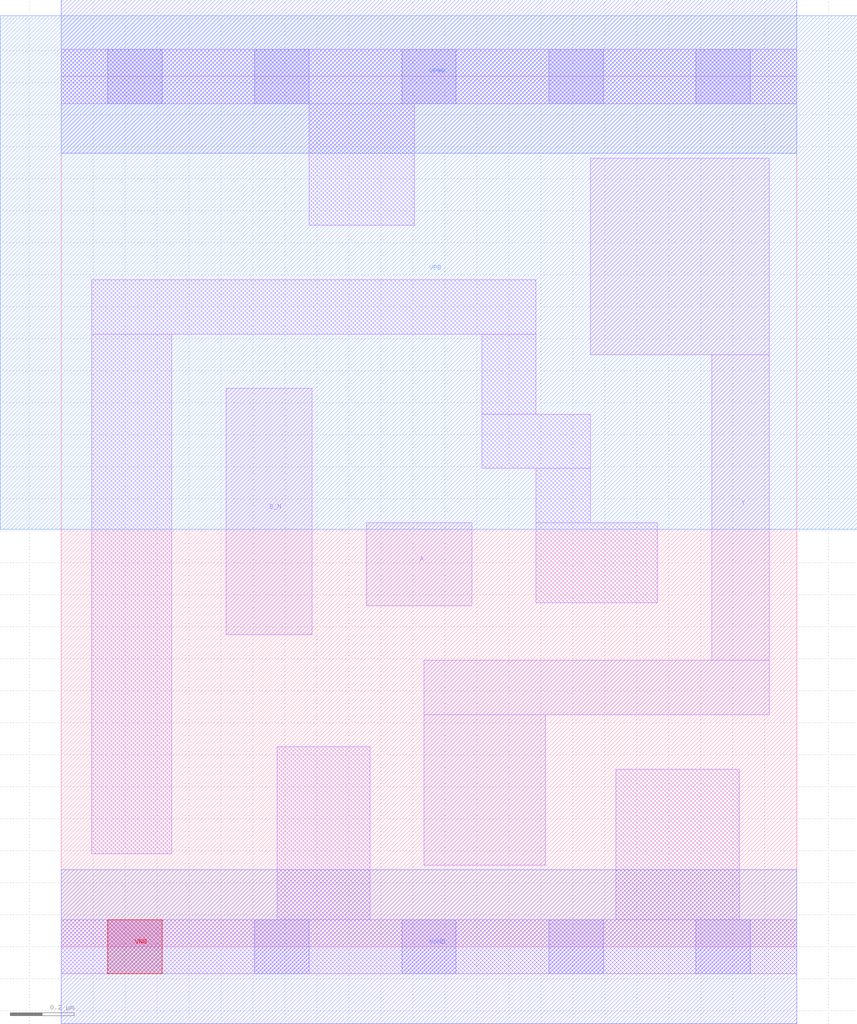
<source format=lef>
# Copyright 2020 The SkyWater PDK Authors
#
# Licensed under the Apache License, Version 2.0 (the "License");
# you may not use this file except in compliance with the License.
# You may obtain a copy of the License at
#
#     https://www.apache.org/licenses/LICENSE-2.0
#
# Unless required by applicable law or agreed to in writing, software
# distributed under the License is distributed on an "AS IS" BASIS,
# WITHOUT WARRANTIES OR CONDITIONS OF ANY KIND, either express or implied.
# See the License for the specific language governing permissions and
# limitations under the License.
#
# SPDX-License-Identifier: Apache-2.0

VERSION 5.7 ;
  NOWIREEXTENSIONATPIN ON ;
  DIVIDERCHAR "/" ;
  BUSBITCHARS "[]" ;
PROPERTYDEFINITIONS
  MACRO maskLayoutSubType STRING ;
  MACRO prCellType STRING ;
  MACRO originalViewName STRING ;
END PROPERTYDEFINITIONS
MACRO sky130_fd_sc_hdll__nor2b_1
  CLASS CORE ;
  FOREIGN sky130_fd_sc_hdll__nor2b_1 ;
  ORIGIN  0.000000  0.000000 ;
  SIZE  2.300000 BY  2.720000 ;
  SYMMETRY X Y R90 ;
  SITE unithd ;
  PIN A
    ANTENNAGATEAREA  0.277500 ;
    DIRECTION INPUT ;
    USE SIGNAL ;
    PORT
      LAYER li1 ;
        RECT 0.955000 1.065000 1.285000 1.325000 ;
    END
  END A
  PIN B_N
    ANTENNAGATEAREA  0.138600 ;
    DIRECTION INPUT ;
    USE SIGNAL ;
    PORT
      LAYER li1 ;
        RECT 0.515000 0.975000 0.785000 1.745000 ;
    END
  END B_N
  PIN VGND
    ANTENNADIFFAREA  0.491200 ;
    DIRECTION INOUT ;
    USE SIGNAL ;
    PORT
      LAYER met1 ;
        RECT 0.000000 -0.240000 2.300000 0.240000 ;
    END
  END VGND
  PIN VNB
    PORT
      LAYER pwell ;
        RECT 0.145000 -0.085000 0.315000 0.085000 ;
    END
  END VNB
  PIN VPB
    PORT
      LAYER nwell ;
        RECT -0.190000 1.305000 2.490000 2.910000 ;
    END
  END VPB
  PIN VPWR
    ANTENNADIFFAREA  0.366600 ;
    DIRECTION INOUT ;
    USE SIGNAL ;
    PORT
      LAYER met1 ;
        RECT 0.000000 2.480000 2.300000 2.960000 ;
    END
  END VPWR
  PIN Y
    ANTENNADIFFAREA  0.445500 ;
    DIRECTION OUTPUT ;
    USE SIGNAL ;
    PORT
      LAYER li1 ;
        RECT 1.135000 0.255000 1.515000 0.725000 ;
        RECT 1.135000 0.725000 2.215000 0.895000 ;
        RECT 1.655000 1.850000 2.215000 2.465000 ;
        RECT 2.035000 0.895000 2.215000 1.850000 ;
    END
  END Y
  OBS
    LAYER li1 ;
      RECT 0.000000 -0.085000 2.300000 0.085000 ;
      RECT 0.000000  2.635000 2.300000 2.805000 ;
      RECT 0.095000  0.290000 0.345000 1.915000 ;
      RECT 0.095000  1.915000 1.485000 2.085000 ;
      RECT 0.675000  0.085000 0.965000 0.625000 ;
      RECT 0.775000  2.255000 1.105000 2.635000 ;
      RECT 1.315000  1.495000 1.655000 1.665000 ;
      RECT 1.315000  1.665000 1.485000 1.915000 ;
      RECT 1.485000  1.075000 1.865000 1.325000 ;
      RECT 1.485000  1.325000 1.655000 1.495000 ;
      RECT 1.735000  0.085000 2.120000 0.555000 ;
    LAYER mcon ;
      RECT 0.145000 -0.085000 0.315000 0.085000 ;
      RECT 0.145000  2.635000 0.315000 2.805000 ;
      RECT 0.605000 -0.085000 0.775000 0.085000 ;
      RECT 0.605000  2.635000 0.775000 2.805000 ;
      RECT 1.065000 -0.085000 1.235000 0.085000 ;
      RECT 1.065000  2.635000 1.235000 2.805000 ;
      RECT 1.525000 -0.085000 1.695000 0.085000 ;
      RECT 1.525000  2.635000 1.695000 2.805000 ;
      RECT 1.985000 -0.085000 2.155000 0.085000 ;
      RECT 1.985000  2.635000 2.155000 2.805000 ;
  END
  PROPERTY maskLayoutSubType "abstract" ;
  PROPERTY prCellType "standard" ;
  PROPERTY originalViewName "layout" ;
END sky130_fd_sc_hdll__nor2b_1
END LIBRARY

</source>
